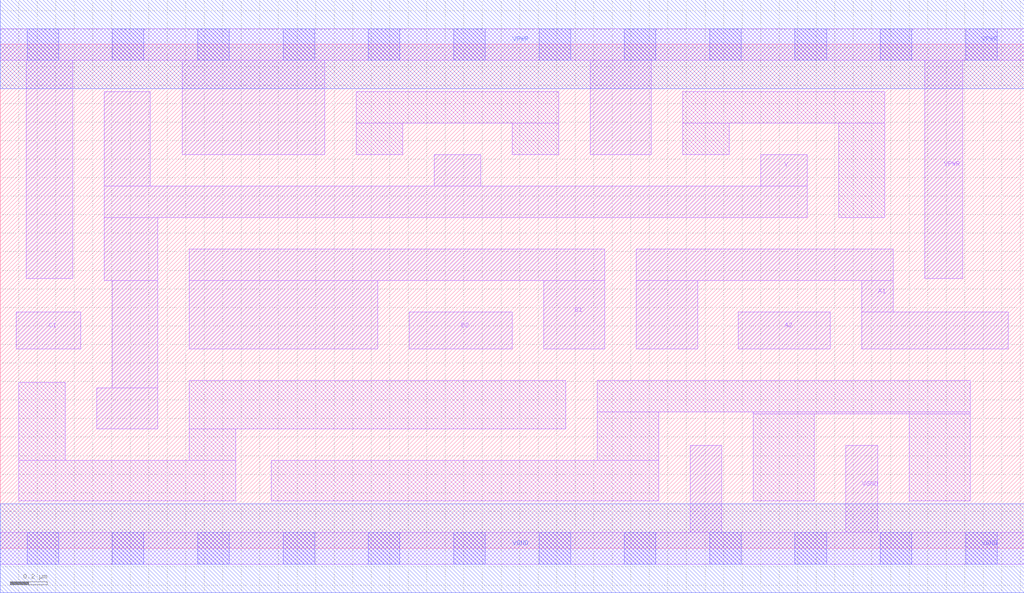
<source format=lef>
# Copyright 2020 The SkyWater PDK Authors
#
# Licensed under the Apache License, Version 2.0 (the "License");
# you may not use this file except in compliance with the License.
# You may obtain a copy of the License at
#
#     https://www.apache.org/licenses/LICENSE-2.0
#
# Unless required by applicable law or agreed to in writing, software
# distributed under the License is distributed on an "AS IS" BASIS,
# WITHOUT WARRANTIES OR CONDITIONS OF ANY KIND, either express or implied.
# See the License for the specific language governing permissions and
# limitations under the License.
#
# SPDX-License-Identifier: Apache-2.0

VERSION 5.7 ;
  NAMESCASESENSITIVE ON ;
  NOWIREEXTENSIONATPIN ON ;
  DIVIDERCHAR "/" ;
  BUSBITCHARS "[]" ;
UNITS
  DATABASE MICRONS 200 ;
END UNITS
MACRO sky130_fd_sc_hd__o221ai_2
  CLASS CORE ;
  SOURCE USER ;
  FOREIGN sky130_fd_sc_hd__o221ai_2 ;
  ORIGIN  0.000000  0.000000 ;
  SIZE  5.520000 BY  2.720000 ;
  SYMMETRY X Y R90 ;
  SITE unithd ;
  PIN A1
    ANTENNAGATEAREA  0.495000 ;
    DIRECTION INPUT ;
    USE SIGNAL ;
    PORT
      LAYER li1 ;
        RECT 3.430000 1.075000 3.760000 1.445000 ;
        RECT 3.430000 1.445000 4.815000 1.615000 ;
        RECT 4.645000 1.075000 5.435000 1.275000 ;
        RECT 4.645000 1.275000 4.815000 1.445000 ;
    END
  END A1
  PIN A2
    ANTENNAGATEAREA  0.495000 ;
    DIRECTION INPUT ;
    USE SIGNAL ;
    PORT
      LAYER li1 ;
        RECT 3.980000 1.075000 4.475000 1.275000 ;
    END
  END A2
  PIN B1
    ANTENNAGATEAREA  0.495000 ;
    DIRECTION INPUT ;
    USE SIGNAL ;
    PORT
      LAYER li1 ;
        RECT 1.020000 1.075000 2.035000 1.445000 ;
        RECT 1.020000 1.445000 3.260000 1.615000 ;
        RECT 2.930000 1.075000 3.260000 1.445000 ;
    END
  END B1
  PIN B2
    ANTENNAGATEAREA  0.495000 ;
    DIRECTION INPUT ;
    USE SIGNAL ;
    PORT
      LAYER li1 ;
        RECT 2.205000 1.075000 2.760000 1.275000 ;
    END
  END B2
  PIN C1
    ANTENNAGATEAREA  0.495000 ;
    DIRECTION INPUT ;
    USE SIGNAL ;
    PORT
      LAYER li1 ;
        RECT 0.085000 1.075000 0.435000 1.275000 ;
    END
  END C1
  PIN Y
    ANTENNADIFFAREA  0.985500 ;
    DIRECTION OUTPUT ;
    USE SIGNAL ;
    PORT
      LAYER li1 ;
        RECT 0.520000 0.645000 0.850000 0.865000 ;
        RECT 0.560000 1.445000 0.850000 1.785000 ;
        RECT 0.560000 1.785000 4.350000 1.955000 ;
        RECT 0.560000 1.955000 0.810000 2.465000 ;
        RECT 0.605000 0.865000 0.850000 1.445000 ;
        RECT 2.340000 1.955000 2.590000 2.125000 ;
        RECT 4.100000 1.955000 4.350000 2.125000 ;
    END
  END Y
  PIN VGND
    DIRECTION INOUT ;
    SHAPE ABUTMENT ;
    USE GROUND ;
    PORT
      LAYER li1 ;
        RECT 0.000000 -0.085000 5.520000 0.085000 ;
        RECT 3.720000  0.085000 3.890000 0.555000 ;
        RECT 4.560000  0.085000 4.730000 0.555000 ;
      LAYER mcon ;
        RECT 0.145000 -0.085000 0.315000 0.085000 ;
        RECT 0.605000 -0.085000 0.775000 0.085000 ;
        RECT 1.065000 -0.085000 1.235000 0.085000 ;
        RECT 1.525000 -0.085000 1.695000 0.085000 ;
        RECT 1.985000 -0.085000 2.155000 0.085000 ;
        RECT 2.445000 -0.085000 2.615000 0.085000 ;
        RECT 2.905000 -0.085000 3.075000 0.085000 ;
        RECT 3.365000 -0.085000 3.535000 0.085000 ;
        RECT 3.825000 -0.085000 3.995000 0.085000 ;
        RECT 4.285000 -0.085000 4.455000 0.085000 ;
        RECT 4.745000 -0.085000 4.915000 0.085000 ;
        RECT 5.205000 -0.085000 5.375000 0.085000 ;
      LAYER met1 ;
        RECT 0.000000 -0.240000 5.520000 0.240000 ;
    END
  END VGND
  PIN VPWR
    DIRECTION INOUT ;
    SHAPE ABUTMENT ;
    USE POWER ;
    PORT
      LAYER li1 ;
        RECT 0.000000 2.635000 5.520000 2.805000 ;
        RECT 0.140000 1.455000 0.390000 2.635000 ;
        RECT 0.980000 2.125000 1.750000 2.635000 ;
        RECT 3.180000 2.125000 3.510000 2.635000 ;
        RECT 4.985000 1.455000 5.190000 2.635000 ;
      LAYER mcon ;
        RECT 0.145000 2.635000 0.315000 2.805000 ;
        RECT 0.605000 2.635000 0.775000 2.805000 ;
        RECT 1.065000 2.635000 1.235000 2.805000 ;
        RECT 1.525000 2.635000 1.695000 2.805000 ;
        RECT 1.985000 2.635000 2.155000 2.805000 ;
        RECT 2.445000 2.635000 2.615000 2.805000 ;
        RECT 2.905000 2.635000 3.075000 2.805000 ;
        RECT 3.365000 2.635000 3.535000 2.805000 ;
        RECT 3.825000 2.635000 3.995000 2.805000 ;
        RECT 4.285000 2.635000 4.455000 2.805000 ;
        RECT 4.745000 2.635000 4.915000 2.805000 ;
        RECT 5.205000 2.635000 5.375000 2.805000 ;
      LAYER met1 ;
        RECT 0.000000 2.480000 5.520000 2.960000 ;
    END
  END VPWR
  OBS
    LAYER li1 ;
      RECT 0.100000 0.255000 1.270000 0.475000 ;
      RECT 0.100000 0.475000 0.350000 0.895000 ;
      RECT 1.020000 0.475000 1.270000 0.645000 ;
      RECT 1.020000 0.645000 3.050000 0.905000 ;
      RECT 1.460000 0.255000 3.550000 0.475000 ;
      RECT 1.920000 2.125000 2.170000 2.295000 ;
      RECT 1.920000 2.295000 3.010000 2.465000 ;
      RECT 2.760000 2.125000 3.010000 2.295000 ;
      RECT 3.220000 0.475000 3.550000 0.735000 ;
      RECT 3.220000 0.735000 5.230000 0.905000 ;
      RECT 3.680000 2.125000 3.930000 2.295000 ;
      RECT 3.680000 2.295000 4.770000 2.465000 ;
      RECT 4.060000 0.255000 4.390000 0.725000 ;
      RECT 4.060000 0.725000 5.230000 0.735000 ;
      RECT 4.520000 1.785000 4.770000 2.295000 ;
      RECT 4.900000 0.255000 5.230000 0.725000 ;
  END
END sky130_fd_sc_hd__o221ai_2
END LIBRARY

</source>
